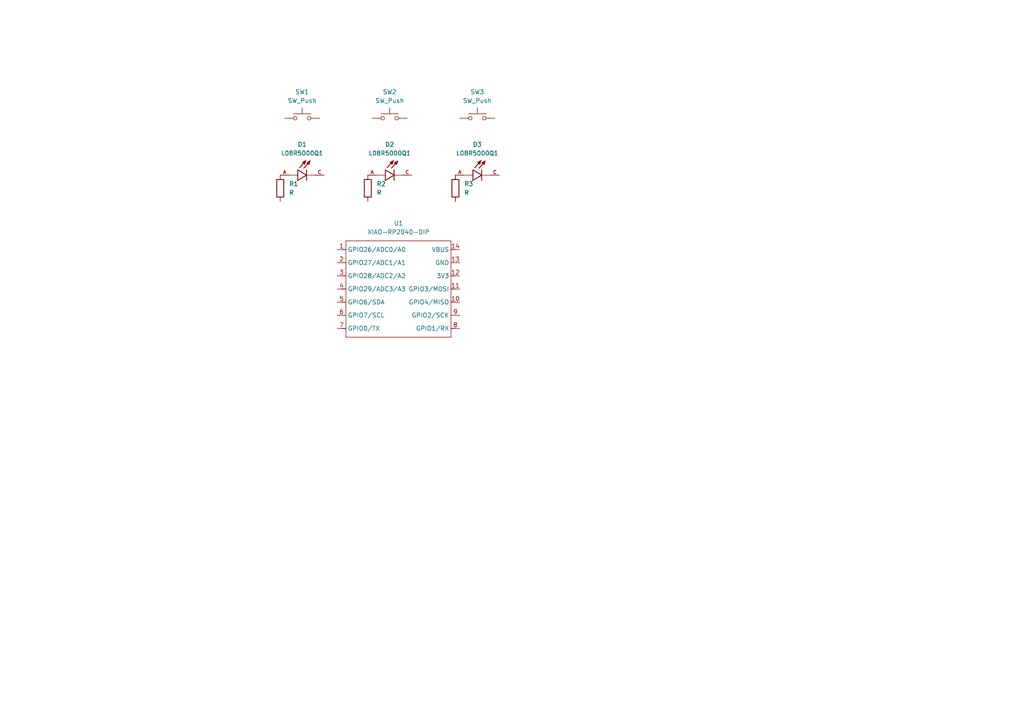
<source format=kicad_sch>
(kicad_sch
	(version 20250114)
	(generator "eeschema")
	(generator_version "9.0")
	(uuid "db3cecd6-dd22-4a9c-b39f-ec406eac4c46")
	(paper "A4")
	(lib_symbols
		(symbol "Device:R"
			(pin_numbers
				(hide yes)
			)
			(pin_names
				(offset 0)
			)
			(exclude_from_sim no)
			(in_bom yes)
			(on_board yes)
			(property "Reference" "R"
				(at 2.032 0 90)
				(effects
					(font
						(size 1.27 1.27)
					)
				)
			)
			(property "Value" "R"
				(at 0 0 90)
				(effects
					(font
						(size 1.27 1.27)
					)
				)
			)
			(property "Footprint" ""
				(at -1.778 0 90)
				(effects
					(font
						(size 1.27 1.27)
					)
					(hide yes)
				)
			)
			(property "Datasheet" "~"
				(at 0 0 0)
				(effects
					(font
						(size 1.27 1.27)
					)
					(hide yes)
				)
			)
			(property "Description" "Resistor"
				(at 0 0 0)
				(effects
					(font
						(size 1.27 1.27)
					)
					(hide yes)
				)
			)
			(property "ki_keywords" "R res resistor"
				(at 0 0 0)
				(effects
					(font
						(size 1.27 1.27)
					)
					(hide yes)
				)
			)
			(property "ki_fp_filters" "R_*"
				(at 0 0 0)
				(effects
					(font
						(size 1.27 1.27)
					)
					(hide yes)
				)
			)
			(symbol "R_0_1"
				(rectangle
					(start -1.016 -2.54)
					(end 1.016 2.54)
					(stroke
						(width 0.254)
						(type default)
					)
					(fill
						(type none)
					)
				)
			)
			(symbol "R_1_1"
				(pin passive line
					(at 0 3.81 270)
					(length 1.27)
					(name "~"
						(effects
							(font
								(size 1.27 1.27)
							)
						)
					)
					(number "1"
						(effects
							(font
								(size 1.27 1.27)
							)
						)
					)
				)
				(pin passive line
					(at 0 -3.81 90)
					(length 1.27)
					(name "~"
						(effects
							(font
								(size 1.27 1.27)
							)
						)
					)
					(number "2"
						(effects
							(font
								(size 1.27 1.27)
							)
						)
					)
				)
			)
			(embedded_fonts no)
		)
		(symbol "L08R5000Q1:L08R5000Q1"
			(pin_names
				(offset 1.016)
			)
			(exclude_from_sim no)
			(in_bom yes)
			(on_board yes)
			(property "Reference" "D"
				(at -3.0988 4.4958 0)
				(effects
					(font
						(size 1.27 1.27)
					)
					(justify left bottom)
				)
			)
			(property "Value" "L08R5000Q1"
				(at -3.556 -3.302 0)
				(effects
					(font
						(size 1.27 1.27)
					)
					(justify left bottom)
				)
			)
			(property "Footprint" "L08R5000Q1:LEDRD254W57D500H1070"
				(at 0 0 0)
				(effects
					(font
						(size 1.27 1.27)
					)
					(justify bottom)
					(hide yes)
				)
			)
			(property "Datasheet" ""
				(at 0 0 0)
				(effects
					(font
						(size 1.27 1.27)
					)
					(hide yes)
				)
			)
			(property "Description" ""
				(at 0 0 0)
				(effects
					(font
						(size 1.27 1.27)
					)
					(hide yes)
				)
			)
			(property "MF" "LED Technology"
				(at 0 0 0)
				(effects
					(font
						(size 1.27 1.27)
					)
					(justify bottom)
					(hide yes)
				)
			)
			(property "MAXIMUM_PACKAGE_HEIGHT" "10.7mm"
				(at 0 0 0)
				(effects
					(font
						(size 1.27 1.27)
					)
					(justify bottom)
					(hide yes)
				)
			)
			(property "Package" "None"
				(at 0 0 0)
				(effects
					(font
						(size 1.27 1.27)
					)
					(justify bottom)
					(hide yes)
				)
			)
			(property "Price" "None"
				(at 0 0 0)
				(effects
					(font
						(size 1.27 1.27)
					)
					(justify bottom)
					(hide yes)
				)
			)
			(property "Check_prices" "https://www.snapeda.com/parts/L08R5000Q1/LED+Technology/view-part/?ref=eda"
				(at 0 0 0)
				(effects
					(font
						(size 1.27 1.27)
					)
					(justify bottom)
					(hide yes)
				)
			)
			(property "STANDARD" "IPC-7351B"
				(at 0 0 0)
				(effects
					(font
						(size 1.27 1.27)
					)
					(justify bottom)
					(hide yes)
				)
			)
			(property "PARTREV" "NA"
				(at 0 0 0)
				(effects
					(font
						(size 1.27 1.27)
					)
					(justify bottom)
					(hide yes)
				)
			)
			(property "SnapEDA_Link" "https://www.snapeda.com/parts/L08R5000Q1/LED+Technology/view-part/?ref=snap"
				(at 0 0 0)
				(effects
					(font
						(size 1.27 1.27)
					)
					(justify bottom)
					(hide yes)
				)
			)
			(property "MP" "L08R5000Q1"
				(at 0 0 0)
				(effects
					(font
						(size 1.27 1.27)
					)
					(justify bottom)
					(hide yes)
				)
			)
			(property "Description_1" "LED, 5MM, ORANGE; LED / Lamp Size: 5mm / T-1 3/4; LED Colour: Orange; Typ Luminous Intensity: 4.3mcd; Viewing Angle: ..."
				(at 0 0 0)
				(effects
					(font
						(size 1.27 1.27)
					)
					(justify bottom)
					(hide yes)
				)
			)
			(property "Availability" "Not in stock"
				(at 0 0 0)
				(effects
					(font
						(size 1.27 1.27)
					)
					(justify bottom)
					(hide yes)
				)
			)
			(property "MANUFACTURER" "LED TECHNOLOGY"
				(at 0 0 0)
				(effects
					(font
						(size 1.27 1.27)
					)
					(justify bottom)
					(hide yes)
				)
			)
			(symbol "L08R5000Q1_0_0"
				(polyline
					(pts
						(xy -2.54 1.524) (xy -2.54 0)
					)
					(stroke
						(width 0.254)
						(type default)
					)
					(fill
						(type none)
					)
				)
				(polyline
					(pts
						(xy -2.54 0) (xy -5.08 0)
					)
					(stroke
						(width 0.1524)
						(type default)
					)
					(fill
						(type none)
					)
				)
				(polyline
					(pts
						(xy -2.54 0) (xy -2.54 -1.524)
					)
					(stroke
						(width 0.254)
						(type default)
					)
					(fill
						(type none)
					)
				)
				(polyline
					(pts
						(xy -2.54 -1.524) (xy 0 0)
					)
					(stroke
						(width 0.254)
						(type default)
					)
					(fill
						(type none)
					)
				)
				(polyline
					(pts
						(xy -1.1176 3.683) (xy -0.2286 4.1656)
					)
					(stroke
						(width 0.254)
						(type default)
					)
					(fill
						(type none)
					)
				)
				(polyline
					(pts
						(xy -0.9398 3.6068) (xy -0.7112 3.7592)
					)
					(stroke
						(width 0.254)
						(type default)
					)
					(fill
						(type none)
					)
				)
				(polyline
					(pts
						(xy -0.5588 3.2004) (xy -1.1176 3.683)
					)
					(stroke
						(width 0.254)
						(type default)
					)
					(fill
						(type none)
					)
				)
				(polyline
					(pts
						(xy -0.5588 3.2004) (xy -0.5334 3.937)
					)
					(stroke
						(width 0.254)
						(type default)
					)
					(fill
						(type none)
					)
				)
				(polyline
					(pts
						(xy -0.5334 3.937) (xy -0.6604 3.937)
					)
					(stroke
						(width 0.254)
						(type default)
					)
					(fill
						(type none)
					)
				)
				(polyline
					(pts
						(xy -0.2286 4.1656) (xy -2.0066 2.1336)
					)
					(stroke
						(width 0.254)
						(type default)
					)
					(fill
						(type none)
					)
				)
				(polyline
					(pts
						(xy -0.2286 4.1656) (xy -0.5588 3.2004)
					)
					(stroke
						(width 0.254)
						(type default)
					)
					(fill
						(type none)
					)
				)
				(polyline
					(pts
						(xy 0 1.524) (xy 0 0)
					)
					(stroke
						(width 0.254)
						(type default)
					)
					(fill
						(type none)
					)
				)
				(polyline
					(pts
						(xy 0 0) (xy -2.54 1.524)
					)
					(stroke
						(width 0.254)
						(type default)
					)
					(fill
						(type none)
					)
				)
				(polyline
					(pts
						(xy 0 0) (xy 0 -1.524)
					)
					(stroke
						(width 0.254)
						(type default)
					)
					(fill
						(type none)
					)
				)
				(polyline
					(pts
						(xy 0.127 3.5814) (xy 1.016 4.064)
					)
					(stroke
						(width 0.254)
						(type default)
					)
					(fill
						(type none)
					)
				)
				(polyline
					(pts
						(xy 0.3048 3.5052) (xy 0.5334 3.6576)
					)
					(stroke
						(width 0.254)
						(type default)
					)
					(fill
						(type none)
					)
				)
				(polyline
					(pts
						(xy 0.6858 3.0988) (xy 0.127 3.5814)
					)
					(stroke
						(width 0.254)
						(type default)
					)
					(fill
						(type none)
					)
				)
				(polyline
					(pts
						(xy 0.6858 3.0988) (xy 0.7112 3.8354)
					)
					(stroke
						(width 0.254)
						(type default)
					)
					(fill
						(type none)
					)
				)
				(polyline
					(pts
						(xy 0.7112 3.8354) (xy 0.5842 3.8354)
					)
					(stroke
						(width 0.254)
						(type default)
					)
					(fill
						(type none)
					)
				)
				(polyline
					(pts
						(xy 1.016 4.064) (xy -0.762 2.032)
					)
					(stroke
						(width 0.254)
						(type default)
					)
					(fill
						(type none)
					)
				)
				(polyline
					(pts
						(xy 1.016 4.064) (xy 0.6858 3.0988)
					)
					(stroke
						(width 0.254)
						(type default)
					)
					(fill
						(type none)
					)
				)
				(polyline
					(pts
						(xy 2.54 0) (xy 0 0)
					)
					(stroke
						(width 0.1524)
						(type default)
					)
					(fill
						(type none)
					)
				)
				(pin passive line
					(at -7.62 0 0)
					(length 2.54)
					(name "~"
						(effects
							(font
								(size 1.016 1.016)
							)
						)
					)
					(number "A"
						(effects
							(font
								(size 1.016 1.016)
							)
						)
					)
				)
				(pin passive line
					(at 5.08 0 180)
					(length 2.54)
					(name "~"
						(effects
							(font
								(size 1.016 1.016)
							)
						)
					)
					(number "C"
						(effects
							(font
								(size 1.016 1.016)
							)
						)
					)
				)
			)
			(embedded_fonts no)
		)
		(symbol "Seeed_Studio_XIAO_Series:XIAO-RP2040-DIP"
			(exclude_from_sim no)
			(in_bom yes)
			(on_board yes)
			(property "Reference" "U"
				(at 0 0 0)
				(effects
					(font
						(size 1.27 1.27)
					)
				)
			)
			(property "Value" "XIAO-RP2040-DIP"
				(at 5.334 -1.778 0)
				(effects
					(font
						(size 1.27 1.27)
					)
				)
			)
			(property "Footprint" "Module:MOUDLE14P-XIAO-DIP-SMD"
				(at 14.478 -32.258 0)
				(effects
					(font
						(size 1.27 1.27)
					)
					(hide yes)
				)
			)
			(property "Datasheet" ""
				(at 0 0 0)
				(effects
					(font
						(size 1.27 1.27)
					)
					(hide yes)
				)
			)
			(property "Description" ""
				(at 0 0 0)
				(effects
					(font
						(size 1.27 1.27)
					)
					(hide yes)
				)
			)
			(symbol "XIAO-RP2040-DIP_1_0"
				(polyline
					(pts
						(xy -1.27 -2.54) (xy 29.21 -2.54)
					)
					(stroke
						(width 0.1524)
						(type solid)
					)
					(fill
						(type none)
					)
				)
				(polyline
					(pts
						(xy -1.27 -5.08) (xy -2.54 -5.08)
					)
					(stroke
						(width 0.1524)
						(type solid)
					)
					(fill
						(type none)
					)
				)
				(polyline
					(pts
						(xy -1.27 -5.08) (xy -1.27 -2.54)
					)
					(stroke
						(width 0.1524)
						(type solid)
					)
					(fill
						(type none)
					)
				)
				(polyline
					(pts
						(xy -1.27 -8.89) (xy -2.54 -8.89)
					)
					(stroke
						(width 0.1524)
						(type solid)
					)
					(fill
						(type none)
					)
				)
				(polyline
					(pts
						(xy -1.27 -8.89) (xy -1.27 -5.08)
					)
					(stroke
						(width 0.1524)
						(type solid)
					)
					(fill
						(type none)
					)
				)
				(polyline
					(pts
						(xy -1.27 -12.7) (xy -2.54 -12.7)
					)
					(stroke
						(width 0.1524)
						(type solid)
					)
					(fill
						(type none)
					)
				)
				(polyline
					(pts
						(xy -1.27 -12.7) (xy -1.27 -8.89)
					)
					(stroke
						(width 0.1524)
						(type solid)
					)
					(fill
						(type none)
					)
				)
				(polyline
					(pts
						(xy -1.27 -16.51) (xy -2.54 -16.51)
					)
					(stroke
						(width 0.1524)
						(type solid)
					)
					(fill
						(type none)
					)
				)
				(polyline
					(pts
						(xy -1.27 -16.51) (xy -1.27 -12.7)
					)
					(stroke
						(width 0.1524)
						(type solid)
					)
					(fill
						(type none)
					)
				)
				(polyline
					(pts
						(xy -1.27 -20.32) (xy -2.54 -20.32)
					)
					(stroke
						(width 0.1524)
						(type solid)
					)
					(fill
						(type none)
					)
				)
				(polyline
					(pts
						(xy -1.27 -24.13) (xy -2.54 -24.13)
					)
					(stroke
						(width 0.1524)
						(type solid)
					)
					(fill
						(type none)
					)
				)
				(polyline
					(pts
						(xy -1.27 -27.94) (xy -2.54 -27.94)
					)
					(stroke
						(width 0.1524)
						(type solid)
					)
					(fill
						(type none)
					)
				)
				(polyline
					(pts
						(xy -1.27 -30.48) (xy -1.27 -16.51)
					)
					(stroke
						(width 0.1524)
						(type solid)
					)
					(fill
						(type none)
					)
				)
				(polyline
					(pts
						(xy 29.21 -2.54) (xy 29.21 -5.08)
					)
					(stroke
						(width 0.1524)
						(type solid)
					)
					(fill
						(type none)
					)
				)
				(polyline
					(pts
						(xy 29.21 -5.08) (xy 29.21 -8.89)
					)
					(stroke
						(width 0.1524)
						(type solid)
					)
					(fill
						(type none)
					)
				)
				(polyline
					(pts
						(xy 29.21 -8.89) (xy 29.21 -12.7)
					)
					(stroke
						(width 0.1524)
						(type solid)
					)
					(fill
						(type none)
					)
				)
				(polyline
					(pts
						(xy 29.21 -12.7) (xy 29.21 -30.48)
					)
					(stroke
						(width 0.1524)
						(type solid)
					)
					(fill
						(type none)
					)
				)
				(polyline
					(pts
						(xy 29.21 -30.48) (xy -1.27 -30.48)
					)
					(stroke
						(width 0.1524)
						(type solid)
					)
					(fill
						(type none)
					)
				)
				(polyline
					(pts
						(xy 30.48 -5.08) (xy 29.21 -5.08)
					)
					(stroke
						(width 0.1524)
						(type solid)
					)
					(fill
						(type none)
					)
				)
				(polyline
					(pts
						(xy 30.48 -8.89) (xy 29.21 -8.89)
					)
					(stroke
						(width 0.1524)
						(type solid)
					)
					(fill
						(type none)
					)
				)
				(polyline
					(pts
						(xy 30.48 -12.7) (xy 29.21 -12.7)
					)
					(stroke
						(width 0.1524)
						(type solid)
					)
					(fill
						(type none)
					)
				)
				(polyline
					(pts
						(xy 30.48 -16.51) (xy 29.21 -16.51)
					)
					(stroke
						(width 0.1524)
						(type solid)
					)
					(fill
						(type none)
					)
				)
				(polyline
					(pts
						(xy 30.48 -20.32) (xy 29.21 -20.32)
					)
					(stroke
						(width 0.1524)
						(type solid)
					)
					(fill
						(type none)
					)
				)
				(polyline
					(pts
						(xy 30.48 -24.13) (xy 29.21 -24.13)
					)
					(stroke
						(width 0.1524)
						(type solid)
					)
					(fill
						(type none)
					)
				)
				(polyline
					(pts
						(xy 30.48 -27.94) (xy 29.21 -27.94)
					)
					(stroke
						(width 0.1524)
						(type solid)
					)
					(fill
						(type none)
					)
				)
				(pin passive line
					(at -3.81 -5.08 0)
					(length 2.54)
					(name "GPIO26/ADC0/A0"
						(effects
							(font
								(size 1.27 1.27)
							)
						)
					)
					(number "1"
						(effects
							(font
								(size 1.27 1.27)
							)
						)
					)
				)
				(pin passive line
					(at -3.81 -8.89 0)
					(length 2.54)
					(name "GPIO27/ADC1/A1"
						(effects
							(font
								(size 1.27 1.27)
							)
						)
					)
					(number "2"
						(effects
							(font
								(size 1.27 1.27)
							)
						)
					)
				)
				(pin passive line
					(at -3.81 -12.7 0)
					(length 2.54)
					(name "GPIO28/ADC2/A2"
						(effects
							(font
								(size 1.27 1.27)
							)
						)
					)
					(number "3"
						(effects
							(font
								(size 1.27 1.27)
							)
						)
					)
				)
				(pin passive line
					(at -3.81 -16.51 0)
					(length 2.54)
					(name "GPIO29/ADC3/A3"
						(effects
							(font
								(size 1.27 1.27)
							)
						)
					)
					(number "4"
						(effects
							(font
								(size 1.27 1.27)
							)
						)
					)
				)
				(pin passive line
					(at -3.81 -20.32 0)
					(length 2.54)
					(name "GPIO6/SDA"
						(effects
							(font
								(size 1.27 1.27)
							)
						)
					)
					(number "5"
						(effects
							(font
								(size 1.27 1.27)
							)
						)
					)
				)
				(pin passive line
					(at -3.81 -24.13 0)
					(length 2.54)
					(name "GPIO7/SCL"
						(effects
							(font
								(size 1.27 1.27)
							)
						)
					)
					(number "6"
						(effects
							(font
								(size 1.27 1.27)
							)
						)
					)
				)
				(pin passive line
					(at -3.81 -27.94 0)
					(length 2.54)
					(name "GPIO0/TX"
						(effects
							(font
								(size 1.27 1.27)
							)
						)
					)
					(number "7"
						(effects
							(font
								(size 1.27 1.27)
							)
						)
					)
				)
				(pin passive line
					(at 31.75 -5.08 180)
					(length 2.54)
					(name "VBUS"
						(effects
							(font
								(size 1.27 1.27)
							)
						)
					)
					(number "14"
						(effects
							(font
								(size 1.27 1.27)
							)
						)
					)
				)
				(pin passive line
					(at 31.75 -8.89 180)
					(length 2.54)
					(name "GND"
						(effects
							(font
								(size 1.27 1.27)
							)
						)
					)
					(number "13"
						(effects
							(font
								(size 1.27 1.27)
							)
						)
					)
				)
				(pin passive line
					(at 31.75 -12.7 180)
					(length 2.54)
					(name "3V3"
						(effects
							(font
								(size 1.27 1.27)
							)
						)
					)
					(number "12"
						(effects
							(font
								(size 1.27 1.27)
							)
						)
					)
				)
				(pin passive line
					(at 31.75 -16.51 180)
					(length 2.54)
					(name "GPIO3/MOSI"
						(effects
							(font
								(size 1.27 1.27)
							)
						)
					)
					(number "11"
						(effects
							(font
								(size 1.27 1.27)
							)
						)
					)
				)
				(pin passive line
					(at 31.75 -20.32 180)
					(length 2.54)
					(name "GPIO4/MISO"
						(effects
							(font
								(size 1.27 1.27)
							)
						)
					)
					(number "10"
						(effects
							(font
								(size 1.27 1.27)
							)
						)
					)
				)
				(pin passive line
					(at 31.75 -24.13 180)
					(length 2.54)
					(name "GPIO2/SCK"
						(effects
							(font
								(size 1.27 1.27)
							)
						)
					)
					(number "9"
						(effects
							(font
								(size 1.27 1.27)
							)
						)
					)
				)
				(pin passive line
					(at 31.75 -27.94 180)
					(length 2.54)
					(name "GPIO1/RX"
						(effects
							(font
								(size 1.27 1.27)
							)
						)
					)
					(number "8"
						(effects
							(font
								(size 1.27 1.27)
							)
						)
					)
				)
			)
			(embedded_fonts no)
		)
		(symbol "Switch:SW_Push"
			(pin_numbers
				(hide yes)
			)
			(pin_names
				(offset 1.016)
				(hide yes)
			)
			(exclude_from_sim no)
			(in_bom yes)
			(on_board yes)
			(property "Reference" "SW"
				(at 1.27 2.54 0)
				(effects
					(font
						(size 1.27 1.27)
					)
					(justify left)
				)
			)
			(property "Value" "SW_Push"
				(at 0 -1.524 0)
				(effects
					(font
						(size 1.27 1.27)
					)
				)
			)
			(property "Footprint" ""
				(at 0 5.08 0)
				(effects
					(font
						(size 1.27 1.27)
					)
					(hide yes)
				)
			)
			(property "Datasheet" "~"
				(at 0 5.08 0)
				(effects
					(font
						(size 1.27 1.27)
					)
					(hide yes)
				)
			)
			(property "Description" "Push button switch, generic, two pins"
				(at 0 0 0)
				(effects
					(font
						(size 1.27 1.27)
					)
					(hide yes)
				)
			)
			(property "ki_keywords" "switch normally-open pushbutton push-button"
				(at 0 0 0)
				(effects
					(font
						(size 1.27 1.27)
					)
					(hide yes)
				)
			)
			(symbol "SW_Push_0_1"
				(circle
					(center -2.032 0)
					(radius 0.508)
					(stroke
						(width 0)
						(type default)
					)
					(fill
						(type none)
					)
				)
				(polyline
					(pts
						(xy 0 1.27) (xy 0 3.048)
					)
					(stroke
						(width 0)
						(type default)
					)
					(fill
						(type none)
					)
				)
				(circle
					(center 2.032 0)
					(radius 0.508)
					(stroke
						(width 0)
						(type default)
					)
					(fill
						(type none)
					)
				)
				(polyline
					(pts
						(xy 2.54 1.27) (xy -2.54 1.27)
					)
					(stroke
						(width 0)
						(type default)
					)
					(fill
						(type none)
					)
				)
				(pin passive line
					(at -5.08 0 0)
					(length 2.54)
					(name "1"
						(effects
							(font
								(size 1.27 1.27)
							)
						)
					)
					(number "1"
						(effects
							(font
								(size 1.27 1.27)
							)
						)
					)
				)
				(pin passive line
					(at 5.08 0 180)
					(length 2.54)
					(name "2"
						(effects
							(font
								(size 1.27 1.27)
							)
						)
					)
					(number "2"
						(effects
							(font
								(size 1.27 1.27)
							)
						)
					)
				)
			)
			(embedded_fonts no)
		)
	)
	(symbol
		(lib_id "L08R5000Q1:L08R5000Q1")
		(at 139.7 50.8 0)
		(unit 1)
		(exclude_from_sim no)
		(in_bom yes)
		(on_board yes)
		(dnp no)
		(fields_autoplaced yes)
		(uuid "0ae6ef4f-3f95-4a10-9036-bc1475de82eb")
		(property "Reference" "D3"
			(at 138.43 41.91 0)
			(effects
				(font
					(size 1.27 1.27)
				)
			)
		)
		(property "Value" "L08R5000Q1"
			(at 138.43 44.45 0)
			(effects
				(font
					(size 1.27 1.27)
				)
			)
		)
		(property "Footprint" "L08R5000Q1:LEDRD254W57D500H1070"
			(at 139.7 50.8 0)
			(effects
				(font
					(size 1.27 1.27)
				)
				(justify bottom)
				(hide yes)
			)
		)
		(property "Datasheet" ""
			(at 139.7 50.8 0)
			(effects
				(font
					(size 1.27 1.27)
				)
				(hide yes)
			)
		)
		(property "Description" ""
			(at 139.7 50.8 0)
			(effects
				(font
					(size 1.27 1.27)
				)
				(hide yes)
			)
		)
		(property "MF" "LED Technology"
			(at 139.7 50.8 0)
			(effects
				(font
					(size 1.27 1.27)
				)
				(justify bottom)
				(hide yes)
			)
		)
		(property "MAXIMUM_PACKAGE_HEIGHT" "10.7mm"
			(at 139.7 50.8 0)
			(effects
				(font
					(size 1.27 1.27)
				)
				(justify bottom)
				(hide yes)
			)
		)
		(property "Package" "None"
			(at 139.7 50.8 0)
			(effects
				(font
					(size 1.27 1.27)
				)
				(justify bottom)
				(hide yes)
			)
		)
		(property "Price" "None"
			(at 139.7 50.8 0)
			(effects
				(font
					(size 1.27 1.27)
				)
				(justify bottom)
				(hide yes)
			)
		)
		(property "Check_prices" "https://www.snapeda.com/parts/L08R5000Q1/LED+Technology/view-part/?ref=eda"
			(at 139.7 50.8 0)
			(effects
				(font
					(size 1.27 1.27)
				)
				(justify bottom)
				(hide yes)
			)
		)
		(property "STANDARD" "IPC-7351B"
			(at 139.7 50.8 0)
			(effects
				(font
					(size 1.27 1.27)
				)
				(justify bottom)
				(hide yes)
			)
		)
		(property "PARTREV" "NA"
			(at 139.7 50.8 0)
			(effects
				(font
					(size 1.27 1.27)
				)
				(justify bottom)
				(hide yes)
			)
		)
		(property "SnapEDA_Link" "https://www.snapeda.com/parts/L08R5000Q1/LED+Technology/view-part/?ref=snap"
			(at 139.7 50.8 0)
			(effects
				(font
					(size 1.27 1.27)
				)
				(justify bottom)
				(hide yes)
			)
		)
		(property "MP" "L08R5000Q1"
			(at 139.7 50.8 0)
			(effects
				(font
					(size 1.27 1.27)
				)
				(justify bottom)
				(hide yes)
			)
		)
		(property "Description_1" "LED, 5MM, ORANGE; LED / Lamp Size: 5mm / T-1 3/4; LED Colour: Orange; Typ Luminous Intensity: 4.3mcd; Viewing Angle: ..."
			(at 139.7 50.8 0)
			(effects
				(font
					(size 1.27 1.27)
				)
				(justify bottom)
				(hide yes)
			)
		)
		(property "Availability" "Not in stock"
			(at 139.7 50.8 0)
			(effects
				(font
					(size 1.27 1.27)
				)
				(justify bottom)
				(hide yes)
			)
		)
		(property "MANUFACTURER" "LED TECHNOLOGY"
			(at 139.7 50.8 0)
			(effects
				(font
					(size 1.27 1.27)
				)
				(justify bottom)
				(hide yes)
			)
		)
		(pin "A"
			(uuid "b23863ea-eb5c-44a0-87d6-08550c08767a")
		)
		(pin "C"
			(uuid "40989172-cfd9-45b4-9b09-1af993b197d6")
		)
		(instances
			(project ""
				(path "/db3cecd6-dd22-4a9c-b39f-ec406eac4c46"
					(reference "D3")
					(unit 1)
				)
			)
		)
	)
	(symbol
		(lib_id "L08R5000Q1:L08R5000Q1")
		(at 114.3 50.8 0)
		(unit 1)
		(exclude_from_sim no)
		(in_bom yes)
		(on_board yes)
		(dnp no)
		(fields_autoplaced yes)
		(uuid "1d25e497-f767-421a-b1dc-1b3644b487e0")
		(property "Reference" "D2"
			(at 113.03 41.91 0)
			(effects
				(font
					(size 1.27 1.27)
				)
			)
		)
		(property "Value" "L08R5000Q1"
			(at 113.03 44.45 0)
			(effects
				(font
					(size 1.27 1.27)
				)
			)
		)
		(property "Footprint" "L08R5000Q1:LEDRD254W57D500H1070"
			(at 114.3 50.8 0)
			(effects
				(font
					(size 1.27 1.27)
				)
				(justify bottom)
				(hide yes)
			)
		)
		(property "Datasheet" ""
			(at 114.3 50.8 0)
			(effects
				(font
					(size 1.27 1.27)
				)
				(hide yes)
			)
		)
		(property "Description" ""
			(at 114.3 50.8 0)
			(effects
				(font
					(size 1.27 1.27)
				)
				(hide yes)
			)
		)
		(property "MF" "LED Technology"
			(at 114.3 50.8 0)
			(effects
				(font
					(size 1.27 1.27)
				)
				(justify bottom)
				(hide yes)
			)
		)
		(property "MAXIMUM_PACKAGE_HEIGHT" "10.7mm"
			(at 114.3 50.8 0)
			(effects
				(font
					(size 1.27 1.27)
				)
				(justify bottom)
				(hide yes)
			)
		)
		(property "Package" "None"
			(at 114.3 50.8 0)
			(effects
				(font
					(size 1.27 1.27)
				)
				(justify bottom)
				(hide yes)
			)
		)
		(property "Price" "None"
			(at 114.3 50.8 0)
			(effects
				(font
					(size 1.27 1.27)
				)
				(justify bottom)
				(hide yes)
			)
		)
		(property "Check_prices" "https://www.snapeda.com/parts/L08R5000Q1/LED+Technology/view-part/?ref=eda"
			(at 114.3 50.8 0)
			(effects
				(font
					(size 1.27 1.27)
				)
				(justify bottom)
				(hide yes)
			)
		)
		(property "STANDARD" "IPC-7351B"
			(at 114.3 50.8 0)
			(effects
				(font
					(size 1.27 1.27)
				)
				(justify bottom)
				(hide yes)
			)
		)
		(property "PARTREV" "NA"
			(at 114.3 50.8 0)
			(effects
				(font
					(size 1.27 1.27)
				)
				(justify bottom)
				(hide yes)
			)
		)
		(property "SnapEDA_Link" "https://www.snapeda.com/parts/L08R5000Q1/LED+Technology/view-part/?ref=snap"
			(at 114.3 50.8 0)
			(effects
				(font
					(size 1.27 1.27)
				)
				(justify bottom)
				(hide yes)
			)
		)
		(property "MP" "L08R5000Q1"
			(at 114.3 50.8 0)
			(effects
				(font
					(size 1.27 1.27)
				)
				(justify bottom)
				(hide yes)
			)
		)
		(property "Description_1" "LED, 5MM, ORANGE; LED / Lamp Size: 5mm / T-1 3/4; LED Colour: Orange; Typ Luminous Intensity: 4.3mcd; Viewing Angle: ..."
			(at 114.3 50.8 0)
			(effects
				(font
					(size 1.27 1.27)
				)
				(justify bottom)
				(hide yes)
			)
		)
		(property "Availability" "Not in stock"
			(at 114.3 50.8 0)
			(effects
				(font
					(size 1.27 1.27)
				)
				(justify bottom)
				(hide yes)
			)
		)
		(property "MANUFACTURER" "LED TECHNOLOGY"
			(at 114.3 50.8 0)
			(effects
				(font
					(size 1.27 1.27)
				)
				(justify bottom)
				(hide yes)
			)
		)
		(pin "C"
			(uuid "16e30af3-a9d0-421a-9139-4e7df3eaac20")
		)
		(pin "A"
			(uuid "2101fe95-66ad-4f1f-9228-4a1a1ee112e6")
		)
		(instances
			(project ""
				(path "/db3cecd6-dd22-4a9c-b39f-ec406eac4c46"
					(reference "D2")
					(unit 1)
				)
			)
		)
	)
	(symbol
		(lib_id "Switch:SW_Push")
		(at 87.63 34.29 0)
		(unit 1)
		(exclude_from_sim no)
		(in_bom yes)
		(on_board yes)
		(dnp no)
		(fields_autoplaced yes)
		(uuid "513aece3-3388-40a2-8cb8-9e076041ac8c")
		(property "Reference" "SW1"
			(at 87.63 26.67 0)
			(effects
				(font
					(size 1.27 1.27)
				)
			)
		)
		(property "Value" "SW_Push"
			(at 87.63 29.21 0)
			(effects
				(font
					(size 1.27 1.27)
				)
			)
		)
		(property "Footprint" ""
			(at 87.63 29.21 0)
			(effects
				(font
					(size 1.27 1.27)
				)
				(hide yes)
			)
		)
		(property "Datasheet" "~"
			(at 87.63 29.21 0)
			(effects
				(font
					(size 1.27 1.27)
				)
				(hide yes)
			)
		)
		(property "Description" "Push button switch, generic, two pins"
			(at 87.63 34.29 0)
			(effects
				(font
					(size 1.27 1.27)
				)
				(hide yes)
			)
		)
		(pin "2"
			(uuid "72534efa-4df6-47fa-a093-340966b0d254")
		)
		(pin "1"
			(uuid "b00eceab-ad0f-4e52-b59a-c29db8d38690")
		)
		(instances
			(project ""
				(path "/db3cecd6-dd22-4a9c-b39f-ec406eac4c46"
					(reference "SW1")
					(unit 1)
				)
			)
		)
	)
	(symbol
		(lib_id "L08R5000Q1:L08R5000Q1")
		(at 88.9 50.8 0)
		(unit 1)
		(exclude_from_sim no)
		(in_bom yes)
		(on_board yes)
		(dnp no)
		(fields_autoplaced yes)
		(uuid "71de7fbc-120a-4ae3-b4b7-547cd513399d")
		(property "Reference" "D1"
			(at 87.63 41.91 0)
			(effects
				(font
					(size 1.27 1.27)
				)
			)
		)
		(property "Value" "L08R5000Q1"
			(at 87.63 44.45 0)
			(effects
				(font
					(size 1.27 1.27)
				)
			)
		)
		(property "Footprint" "L08R5000Q1:LEDRD254W57D500H1070"
			(at 88.9 50.8 0)
			(effects
				(font
					(size 1.27 1.27)
				)
				(justify bottom)
				(hide yes)
			)
		)
		(property "Datasheet" ""
			(at 88.9 50.8 0)
			(effects
				(font
					(size 1.27 1.27)
				)
				(hide yes)
			)
		)
		(property "Description" ""
			(at 88.9 50.8 0)
			(effects
				(font
					(size 1.27 1.27)
				)
				(hide yes)
			)
		)
		(property "MF" "LED Technology"
			(at 88.9 50.8 0)
			(effects
				(font
					(size 1.27 1.27)
				)
				(justify bottom)
				(hide yes)
			)
		)
		(property "MAXIMUM_PACKAGE_HEIGHT" "10.7mm"
			(at 88.9 50.8 0)
			(effects
				(font
					(size 1.27 1.27)
				)
				(justify bottom)
				(hide yes)
			)
		)
		(property "Package" "None"
			(at 88.9 50.8 0)
			(effects
				(font
					(size 1.27 1.27)
				)
				(justify bottom)
				(hide yes)
			)
		)
		(property "Price" "None"
			(at 88.9 50.8 0)
			(effects
				(font
					(size 1.27 1.27)
				)
				(justify bottom)
				(hide yes)
			)
		)
		(property "Check_prices" "https://www.snapeda.com/parts/L08R5000Q1/LED+Technology/view-part/?ref=eda"
			(at 88.9 50.8 0)
			(effects
				(font
					(size 1.27 1.27)
				)
				(justify bottom)
				(hide yes)
			)
		)
		(property "STANDARD" "IPC-7351B"
			(at 88.9 50.8 0)
			(effects
				(font
					(size 1.27 1.27)
				)
				(justify bottom)
				(hide yes)
			)
		)
		(property "PARTREV" "NA"
			(at 88.9 50.8 0)
			(effects
				(font
					(size 1.27 1.27)
				)
				(justify bottom)
				(hide yes)
			)
		)
		(property "SnapEDA_Link" "https://www.snapeda.com/parts/L08R5000Q1/LED+Technology/view-part/?ref=snap"
			(at 88.9 50.8 0)
			(effects
				(font
					(size 1.27 1.27)
				)
				(justify bottom)
				(hide yes)
			)
		)
		(property "MP" "L08R5000Q1"
			(at 88.9 50.8 0)
			(effects
				(font
					(size 1.27 1.27)
				)
				(justify bottom)
				(hide yes)
			)
		)
		(property "Description_1" "LED, 5MM, ORANGE; LED / Lamp Size: 5mm / T-1 3/4; LED Colour: Orange; Typ Luminous Intensity: 4.3mcd; Viewing Angle: ..."
			(at 88.9 50.8 0)
			(effects
				(font
					(size 1.27 1.27)
				)
				(justify bottom)
				(hide yes)
			)
		)
		(property "Availability" "Not in stock"
			(at 88.9 50.8 0)
			(effects
				(font
					(size 1.27 1.27)
				)
				(justify bottom)
				(hide yes)
			)
		)
		(property "MANUFACTURER" "LED TECHNOLOGY"
			(at 88.9 50.8 0)
			(effects
				(font
					(size 1.27 1.27)
				)
				(justify bottom)
				(hide yes)
			)
		)
		(pin "C"
			(uuid "b581acf8-b010-4ca9-b877-60d133dd5ede")
		)
		(pin "A"
			(uuid "b96f8ce3-9d58-4333-a458-d005e5929778")
		)
		(instances
			(project ""
				(path "/db3cecd6-dd22-4a9c-b39f-ec406eac4c46"
					(reference "D1")
					(unit 1)
				)
			)
		)
	)
	(symbol
		(lib_id "Device:R")
		(at 106.68 54.61 0)
		(unit 1)
		(exclude_from_sim no)
		(in_bom yes)
		(on_board yes)
		(dnp no)
		(fields_autoplaced yes)
		(uuid "7f03fe42-aeaa-4ab2-999c-ed46d019127f")
		(property "Reference" "R2"
			(at 109.22 53.3399 0)
			(effects
				(font
					(size 1.27 1.27)
				)
				(justify left)
			)
		)
		(property "Value" "R"
			(at 109.22 55.8799 0)
			(effects
				(font
					(size 1.27 1.27)
				)
				(justify left)
			)
		)
		(property "Footprint" ""
			(at 104.902 54.61 90)
			(effects
				(font
					(size 1.27 1.27)
				)
				(hide yes)
			)
		)
		(property "Datasheet" "~"
			(at 106.68 54.61 0)
			(effects
				(font
					(size 1.27 1.27)
				)
				(hide yes)
			)
		)
		(property "Description" "Resistor"
			(at 106.68 54.61 0)
			(effects
				(font
					(size 1.27 1.27)
				)
				(hide yes)
			)
		)
		(pin "2"
			(uuid "991126ed-5145-4601-89ee-bfd2fed96d91")
		)
		(pin "1"
			(uuid "61b68191-3839-433f-b050-1682f767dd42")
		)
		(instances
			(project ""
				(path "/db3cecd6-dd22-4a9c-b39f-ec406eac4c46"
					(reference "R2")
					(unit 1)
				)
			)
		)
	)
	(symbol
		(lib_id "Device:R")
		(at 132.08 54.61 0)
		(unit 1)
		(exclude_from_sim no)
		(in_bom yes)
		(on_board yes)
		(dnp no)
		(fields_autoplaced yes)
		(uuid "c3f6d1cb-697e-407c-ae3f-b7a691d70dbf")
		(property "Reference" "R3"
			(at 134.62 53.3399 0)
			(effects
				(font
					(size 1.27 1.27)
				)
				(justify left)
			)
		)
		(property "Value" "R"
			(at 134.62 55.8799 0)
			(effects
				(font
					(size 1.27 1.27)
				)
				(justify left)
			)
		)
		(property "Footprint" ""
			(at 130.302 54.61 90)
			(effects
				(font
					(size 1.27 1.27)
				)
				(hide yes)
			)
		)
		(property "Datasheet" "~"
			(at 132.08 54.61 0)
			(effects
				(font
					(size 1.27 1.27)
				)
				(hide yes)
			)
		)
		(property "Description" "Resistor"
			(at 132.08 54.61 0)
			(effects
				(font
					(size 1.27 1.27)
				)
				(hide yes)
			)
		)
		(pin "2"
			(uuid "8bbeff6a-6a89-49ad-812c-c112130ea4b3")
		)
		(pin "1"
			(uuid "1a54f77d-a9f8-4178-bac9-c81729e65b7c")
		)
		(instances
			(project ""
				(path "/db3cecd6-dd22-4a9c-b39f-ec406eac4c46"
					(reference "R3")
					(unit 1)
				)
			)
		)
	)
	(symbol
		(lib_id "Device:R")
		(at 81.28 54.61 0)
		(unit 1)
		(exclude_from_sim no)
		(in_bom yes)
		(on_board yes)
		(dnp no)
		(fields_autoplaced yes)
		(uuid "c42d102f-a657-4fab-a185-2cec622bc3e1")
		(property "Reference" "R1"
			(at 83.82 53.3399 0)
			(effects
				(font
					(size 1.27 1.27)
				)
				(justify left)
			)
		)
		(property "Value" "R"
			(at 83.82 55.8799 0)
			(effects
				(font
					(size 1.27 1.27)
				)
				(justify left)
			)
		)
		(property "Footprint" ""
			(at 79.502 54.61 90)
			(effects
				(font
					(size 1.27 1.27)
				)
				(hide yes)
			)
		)
		(property "Datasheet" "~"
			(at 81.28 54.61 0)
			(effects
				(font
					(size 1.27 1.27)
				)
				(hide yes)
			)
		)
		(property "Description" "Resistor"
			(at 81.28 54.61 0)
			(effects
				(font
					(size 1.27 1.27)
				)
				(hide yes)
			)
		)
		(pin "2"
			(uuid "3e68853d-dd03-4cbb-a5de-ab0986a1fd53")
		)
		(pin "1"
			(uuid "45e6cb2a-1d02-43d8-abe6-481a1b5430eb")
		)
		(instances
			(project ""
				(path "/db3cecd6-dd22-4a9c-b39f-ec406eac4c46"
					(reference "R1")
					(unit 1)
				)
			)
		)
	)
	(symbol
		(lib_id "Switch:SW_Push")
		(at 138.43 34.29 0)
		(unit 1)
		(exclude_from_sim no)
		(in_bom yes)
		(on_board yes)
		(dnp no)
		(fields_autoplaced yes)
		(uuid "cf1acfcc-a37f-4df5-bab6-0d361e95ce40")
		(property "Reference" "SW3"
			(at 138.43 26.67 0)
			(effects
				(font
					(size 1.27 1.27)
				)
			)
		)
		(property "Value" "SW_Push"
			(at 138.43 29.21 0)
			(effects
				(font
					(size 1.27 1.27)
				)
			)
		)
		(property "Footprint" ""
			(at 138.43 29.21 0)
			(effects
				(font
					(size 1.27 1.27)
				)
				(hide yes)
			)
		)
		(property "Datasheet" "~"
			(at 138.43 29.21 0)
			(effects
				(font
					(size 1.27 1.27)
				)
				(hide yes)
			)
		)
		(property "Description" "Push button switch, generic, two pins"
			(at 138.43 34.29 0)
			(effects
				(font
					(size 1.27 1.27)
				)
				(hide yes)
			)
		)
		(pin "2"
			(uuid "43acdff9-44d2-4af9-872a-a88d48453ca1")
		)
		(pin "1"
			(uuid "1215e819-08a3-4151-8eab-4254802c2ddc")
		)
		(instances
			(project ""
				(path "/db3cecd6-dd22-4a9c-b39f-ec406eac4c46"
					(reference "SW3")
					(unit 1)
				)
			)
		)
	)
	(symbol
		(lib_id "Seeed_Studio_XIAO_Series:XIAO-RP2040-DIP")
		(at 101.6 67.31 0)
		(unit 1)
		(exclude_from_sim no)
		(in_bom yes)
		(on_board yes)
		(dnp no)
		(fields_autoplaced yes)
		(uuid "e46094f2-9cef-4d89-b278-c4be603f7c73")
		(property "Reference" "U1"
			(at 115.57 64.77 0)
			(effects
				(font
					(size 1.27 1.27)
				)
			)
		)
		(property "Value" "XIAO-RP2040-DIP"
			(at 115.57 67.31 0)
			(effects
				(font
					(size 1.27 1.27)
				)
			)
		)
		(property "Footprint" "Module:MOUDLE14P-XIAO-DIP-SMD"
			(at 116.078 99.568 0)
			(effects
				(font
					(size 1.27 1.27)
				)
				(hide yes)
			)
		)
		(property "Datasheet" ""
			(at 101.6 67.31 0)
			(effects
				(font
					(size 1.27 1.27)
				)
				(hide yes)
			)
		)
		(property "Description" ""
			(at 101.6 67.31 0)
			(effects
				(font
					(size 1.27 1.27)
				)
				(hide yes)
			)
		)
		(pin "9"
			(uuid "ab7e6ac5-19ee-4094-b35f-22f481e7297d")
		)
		(pin "3"
			(uuid "289fd23a-d427-43b3-b997-bcaec3b13826")
		)
		(pin "2"
			(uuid "30569d93-9941-46d3-9875-a696322623ab")
		)
		(pin "4"
			(uuid "d91a2fd5-008d-4170-8813-40db1921ae61")
		)
		(pin "5"
			(uuid "964ed12f-9209-4866-bb48-a7f6e9c03ac6")
		)
		(pin "1"
			(uuid "b978a967-97a3-47bf-95cb-15d9167a3eee")
		)
		(pin "6"
			(uuid "4737027a-fe12-4273-8f11-17b85d8814e6")
		)
		(pin "7"
			(uuid "915c980c-9977-4432-9d3a-60113b82f7b1")
		)
		(pin "13"
			(uuid "63b2c2a2-01bd-4147-9f5a-76614ddac56f")
		)
		(pin "14"
			(uuid "09ca958a-9bfa-4760-86e4-b22531d68c00")
		)
		(pin "12"
			(uuid "3bb6e08e-b64a-45eb-92dc-47f54b9d1a9a")
		)
		(pin "11"
			(uuid "8ff5f1d2-7d76-46f1-bbb0-ac90716a0c8a")
		)
		(pin "10"
			(uuid "ecd26c1e-2429-4590-ae9d-14777787c6af")
		)
		(pin "8"
			(uuid "79255603-2ba5-4808-bb2d-f8d3acef7e8f")
		)
		(instances
			(project ""
				(path "/db3cecd6-dd22-4a9c-b39f-ec406eac4c46"
					(reference "U1")
					(unit 1)
				)
			)
		)
	)
	(symbol
		(lib_id "Switch:SW_Push")
		(at 113.03 34.29 0)
		(unit 1)
		(exclude_from_sim no)
		(in_bom yes)
		(on_board yes)
		(dnp no)
		(fields_autoplaced yes)
		(uuid "f60e1cf5-d9f8-427b-814f-d16b03bcd2b3")
		(property "Reference" "SW2"
			(at 113.03 26.67 0)
			(effects
				(font
					(size 1.27 1.27)
				)
			)
		)
		(property "Value" "SW_Push"
			(at 113.03 29.21 0)
			(effects
				(font
					(size 1.27 1.27)
				)
			)
		)
		(property "Footprint" ""
			(at 113.03 29.21 0)
			(effects
				(font
					(size 1.27 1.27)
				)
				(hide yes)
			)
		)
		(property "Datasheet" "~"
			(at 113.03 29.21 0)
			(effects
				(font
					(size 1.27 1.27)
				)
				(hide yes)
			)
		)
		(property "Description" "Push button switch, generic, two pins"
			(at 113.03 34.29 0)
			(effects
				(font
					(size 1.27 1.27)
				)
				(hide yes)
			)
		)
		(pin "2"
			(uuid "6c223cc8-a4c5-403c-a2d4-2d4dfb2f6c99")
		)
		(pin "1"
			(uuid "71c2523a-603a-48aa-9788-17940c376bbe")
		)
		(instances
			(project ""
				(path "/db3cecd6-dd22-4a9c-b39f-ec406eac4c46"
					(reference "SW2")
					(unit 1)
				)
			)
		)
	)
	(sheet_instances
		(path "/"
			(page "1")
		)
	)
	(embedded_fonts no)
)

</source>
